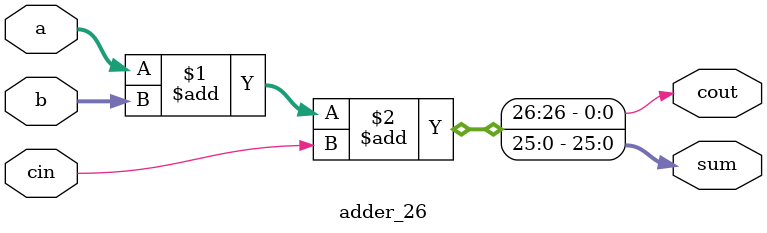
<source format=sv>
`include "quo_sel_tab.sv"
`include "normalization.sv"


module SRT_divider_FP32 (dividend,divisor,clk,rst,result,result_valid);//prototype input and output

input logic  [31:0] dividend,divisor;
input logic clk,rst;
// output logic [31:0] quotient;
// output logic [31:0] remainder;// currently not used
output logic [23:0] result;
output logic result_valid;

logic [23:0] dividend_mantissa_normalized;
logic [23:0] divisor_mantissa_normalized;

logic [7:0]current_exponent;
logic result_sign;
logic [4:0] dividend_shift; 
logic [4:0] divisor_shift;
// final quotient=2^(m-n)*q

logic [4:0] final_shift; 
assign final_shift=(dividend_shift >= divisor_shift)?dividend_shift-divisor_shift:dividend_shift-divisor_shift;
logic right_shift=(dividend_shift >= divisor_shift)?1'b1:1'b0;


normalizer norm (dividend,divisor,dividend_mantissa_normalized, divisor_mantissa_normalized,current_exponent,result_sign,dividend_shift,divisor_shift);

logic [25:0]current_dividend;
logic [25:0]current_divisor;
logic [25:0]current_remainder;
logic [25:0]next_remainder, next_remainder_p, next_remainder_n,next_remainder_before_shift;
assign current_dividend = {2'b0,dividend_mantissa_normalized};
assign current_divisor = {2'b0,divisor_mantissa_normalized};// divisor is always positive, should be 00.1xxxxx

logic [4:0] r_idx;		// remainder index
logic [4:0] d_idx;		// divisor index
logic [2:0]mid_quotient;        // middle quotient

logic [11:0] flag;
// logic [11:0]flag_shift;
// assign flag_shift=flag<<1;
assign d_idx = current_divisor[25:21];
logic [23:0] Q_pos,Q_neg;
logic [23:0] Q_pos_next ,Q_neg_next;

// always @(posedge clk or negedge rst) begin
//   if (~rst) begin
//     r_idx <= 0;
//     flag <= 12'd1;              // Initial value for flag
//     current_remainder <= current_dividend;
//     result_valid <= 1'b0;       // Signal to indicate when the result is ready
//   end 
//   else if (flag != 12'd2048) begin   // Check if all iterations are not yet done
//     r_idx <= current_remainder[25:21];
//     current_remainder <= next_remainder;
//     flag <= flag_shift;          // Left shift the flag
//     Q_pos<=Q_pos_next;
//     Q_neg<=Q_neg_next;
//   end
//   else begin
//     result_valid <= 1'b1;       // After all iterations, set result valid
//   end
// end

always_ff @(posedge clk or negedge rst) begin
  if (~rst) begin
    r_idx <= 0;
    flag <= 12'd1;
    current_remainder <= current_dividend;
  end 
  else begin
    if (flag != 12'd2048) begin   // Check if all iterations are not yet done
      r_idx <= current_remainder[25:21];
      current_remainder <= next_remainder;
      flag <= {flag[10:0],1'b0};
    end 
    // if (flag == 12'd2048) begin
    //   result_valid <= 1'b1;
    // end
  end
end

assign result_valid = (flag == 12'd2048) ? 1'b1 : 1'b0; 

qds  q_selelct_table (r_idx, d_idx, mid_quotient);

logic [25:0] current_q_d;

assign current_q_d=(mid_quotient[1:0]==2'b00)?26'b0:
                   (mid_quotient[1:0]==2'b10)?{current_divisor[24:0],1'b0}:
                   current_divisor;

logic cout,cout2;
adder_26 adder_pos (current_remainder,current_q_d,1'b0,next_remainder_p,cout);// q is positive
adder_26 adder_neg (current_remainder,~current_q_d,1'b1,next_remainder_n,cout2);// q is negative

assign next_remainder_before_shift=(mid_quotient[2]==1'b0)?next_remainder_p:next_remainder_n;
assign next_remainder={next_remainder_before_shift[23:0],2'b00};

assign Q_pos_next = ~mid_quotient[2] ? {Q_pos[24-3:0], mid_quotient[1:0]} : {Q_neg[24-3:0], mid_quotient[1:0]};
assign Q_neg_next = (~mid_quotient[2] & (mid_quotient[1] ^ mid_quotient[0])) ? {Q_pos[24-3:0], mid_quotient[2:1]} : {Q_neg[24-3:0], ~(mid_quotient[1] ^ mid_quotient[0]), ~mid_quotient[0]};
// Int_fast_convert otfc(mid_quotient, clk,rst, result);

assign result=Q_pos;
endmodule




// module carry_save_adder_26(a,b,c,tmp_sum,tmp_carry);
// input logic [25:0] a,b,c;
// output logic [25:0] tmp_sum;
// output logic [25:0] tmp_carry;

// logic [25:0] tmp_sum1,tmp_carry1;
// logic [25:0] tmp_sum2,tmp_carry2;

// assign tmp_sum1 = a^b^c;
// assign tmp_carry1 =  (a&b) | (b&c) | (c&a);

// endmodule

module adder_26(a,b,cin,sum,cout);
input logic [25:0] a,b;
input logic cin;// only need it when complmenting the number
output logic [25:0] sum;
output logic cout;

assign {cout,sum}=a+b+cin;

endmodule

</source>
